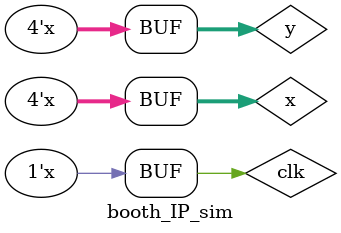
<source format=v>
`timescale 1ns / 1ps


module booth_IP_sim();
    reg [3:0]x,y;
    wire [7:0]cout;
    reg clk=0;
    booth_IP a(clk,x,y,cout);
    initial begin
        x=6;
        y=8;
    end
    always #100
    begin
        x=x+2;
        y=y+2;
    end
    always #1 clk=~clk;
endmodule

</source>
